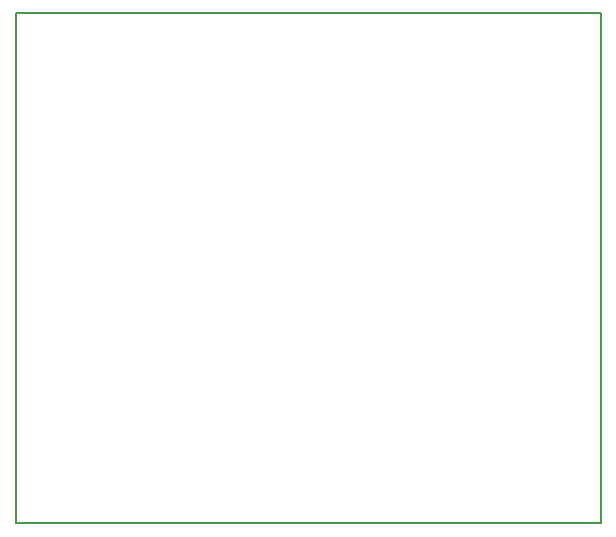
<source format=gbr>
G04 #@! TF.FileFunction,Profile,NP*
%FSLAX46Y46*%
G04 Gerber Fmt 4.6, Leading zero omitted, Abs format (unit mm)*
G04 Created by KiCad (PCBNEW 4.0.5) date 02/14/17 18:00:52*
%MOMM*%
%LPD*%
G01*
G04 APERTURE LIST*
%ADD10C,0.100000*%
%ADD11C,0.150000*%
G04 APERTURE END LIST*
D10*
D11*
X191770000Y-99060000D02*
X191770000Y-142240000D01*
X142240000Y-99060000D02*
X191770000Y-99060000D01*
X142240000Y-142240000D02*
X142240000Y-99060000D01*
X191770000Y-142240000D02*
X142240000Y-142240000D01*
M02*

</source>
